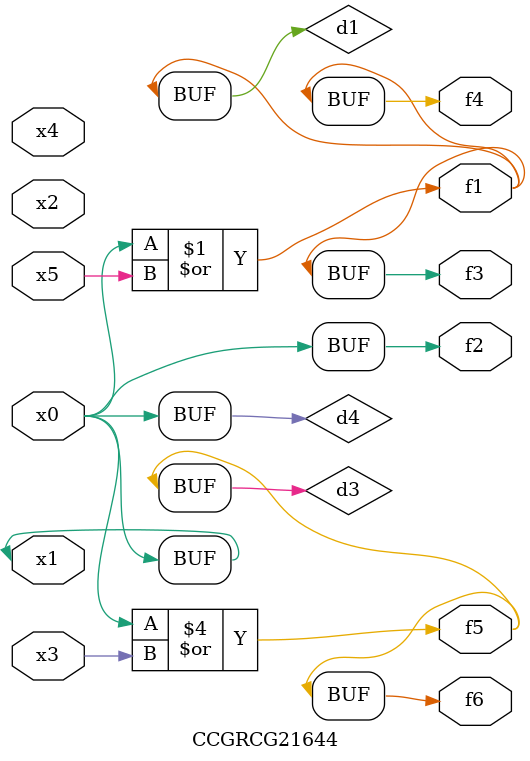
<source format=v>
module CCGRCG21644(
	input x0, x1, x2, x3, x4, x5,
	output f1, f2, f3, f4, f5, f6
);

	wire d1, d2, d3, d4;

	or (d1, x0, x5);
	xnor (d2, x1, x4);
	or (d3, x0, x3);
	buf (d4, x0, x1);
	assign f1 = d1;
	assign f2 = d4;
	assign f3 = d1;
	assign f4 = d1;
	assign f5 = d3;
	assign f6 = d3;
endmodule

</source>
